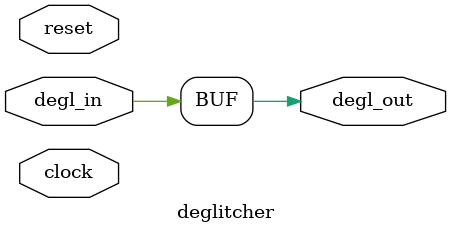
<source format=v>
/*
	A simple synchronous signal deglitcher with programmable number of stages
	Each stage is a D register and they are connected in series.
	The output state changes only if the state of all stages is uniform.
	This means, that the signal must be stable at least for (nr_stages) clock cycles
	to change the output state.
	
Module parameters:
	nr_stages: Number of series flip-flops in the deglitcher.	
*/


`timescale 1 ps / 1 ps
module deglitcher #(
		parameter	nr_stages = 1
	)(
		input  wire       clock,           
		input  wire       reset,           
		input  wire 	  degl_in,
		output wire       degl_out
	);

/*
reg	[nr_stages-1:0] queue;
reg					reg_out;

always @ (posedge reset, posedge clock)
begin
	if (reset)
	begin
		queue 				<= ~0;
		reg_out				<= 0;
	end
	else
	begin
			//Shift queue
		//queue[nr_stages-1:1]<= queue[nr_stages-2:0];
		
		queue[0]			<= degl_in;	
		
			//Switch output
		if (reg_out == 0)		//L->H
		begin
			if (&queue)			//if all ones
				reg_out 		<= 1;
		end
		else					//H->L
		begin
			if (~|queue)		//if all zeros
				reg_out 		<= 0;
		end
	end
end

assign degl_out = reg_out;
*/

assign degl_out = degl_in;

endmodule



</source>
